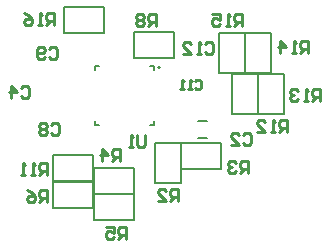
<source format=gbo>
G04*
G04 #@! TF.GenerationSoftware,Altium Limited,Altium Designer,19.0.15 (446)*
G04*
G04 Layer_Color=32896*
%FSLAX25Y25*%
%MOIN*%
G70*
G01*
G75*
%ADD10C,0.00787*%
%ADD12C,0.01000*%
%ADD56C,0.00500*%
D10*
X160311Y185449D02*
G03*
X160311Y185449I-394J0D01*
G01*
X158549Y160293D02*
X167211D01*
X158549Y146907D02*
X167211D01*
Y160293D01*
X158549Y146907D02*
Y160293D01*
X167207Y151569D02*
Y160231D01*
X180593Y151569D02*
Y160231D01*
X167207D02*
X180593D01*
X167207Y151569D02*
X180593D01*
X151593Y143269D02*
Y151931D01*
X138207Y143269D02*
Y151931D01*
Y143269D02*
X151593D01*
X138207Y151931D02*
X151593D01*
X138207Y134569D02*
Y143231D01*
X151593Y134569D02*
Y143231D01*
X138207D02*
X151593D01*
X138207Y134569D02*
X151593D01*
X124607Y138669D02*
Y147331D01*
X137993Y138669D02*
Y147331D01*
X124607D02*
X137993D01*
X124607Y138669D02*
X137993D01*
X151547Y188469D02*
Y197131D01*
X164933Y188469D02*
Y197131D01*
X151547D02*
X164933D01*
X151547Y188469D02*
X164933D01*
X124607Y147469D02*
Y156131D01*
X137993Y147469D02*
Y156131D01*
X124607D02*
X137993D01*
X124607Y147469D02*
X137993D01*
X184269Y183193D02*
X192931D01*
X184269Y169807D02*
X192931D01*
Y183193D01*
X184269Y169807D02*
Y183193D01*
X192969D02*
X201631D01*
X192969Y169807D02*
X201631D01*
Y183193D01*
X192969Y169807D02*
Y183193D01*
X179969Y183507D02*
X188631D01*
X179969Y196893D02*
X188631D01*
X179969Y183507D02*
Y196893D01*
X188631Y183507D02*
Y196893D01*
X128271Y196869D02*
Y205531D01*
X141657Y196869D02*
Y205531D01*
X128271D02*
X141657D01*
X128271Y196869D02*
X141657D01*
X188569Y196893D02*
X197231D01*
X188569Y183507D02*
X197231D01*
Y196893D01*
X188569Y183507D02*
Y196893D01*
X172825Y167653D02*
X175975D01*
X172825Y161747D02*
X175975D01*
D12*
X155400Y162999D02*
Y159667D01*
X154734Y159000D01*
X153401D01*
X152734Y159667D01*
Y162999D01*
X151401Y159000D02*
X150068D01*
X150735D01*
Y162999D01*
X151401Y162332D01*
X209500Y190100D02*
Y194099D01*
X207501D01*
X206834Y193432D01*
Y192099D01*
X207501Y191433D01*
X209500D01*
X208167D02*
X206834Y190100D01*
X205501D02*
X204168D01*
X204835D01*
Y194099D01*
X205501Y193432D01*
X200170Y190100D02*
Y194099D01*
X202169Y192099D01*
X199503D01*
X125000Y199500D02*
Y203499D01*
X123001D01*
X122334Y202832D01*
Y201499D01*
X123001Y200833D01*
X125000D01*
X123667D02*
X122334Y199500D01*
X121001D02*
X119668D01*
X120335D01*
Y203499D01*
X121001Y202832D01*
X115003Y203499D02*
X116336Y202832D01*
X117669Y201499D01*
Y200167D01*
X117003Y199500D01*
X115670D01*
X115003Y200167D01*
Y200833D01*
X115670Y201499D01*
X117669D01*
X187419Y199200D02*
Y203199D01*
X185420D01*
X184753Y202532D01*
Y201199D01*
X185420Y200533D01*
X187419D01*
X186086D02*
X184753Y199200D01*
X183420D02*
X182087D01*
X182754D01*
Y203199D01*
X183420Y202532D01*
X177422Y203199D02*
X180088D01*
Y201199D01*
X178755Y201866D01*
X178089D01*
X177422Y201199D01*
Y199866D01*
X178089Y199200D01*
X179421D01*
X180088Y199866D01*
X213700Y174300D02*
Y178299D01*
X211701D01*
X211034Y177632D01*
Y176299D01*
X211701Y175633D01*
X213700D01*
X212367D02*
X211034Y174300D01*
X209701D02*
X208368D01*
X209035D01*
Y178299D01*
X209701Y177632D01*
X206369D02*
X205703Y178299D01*
X204370D01*
X203703Y177632D01*
Y176966D01*
X204370Y176299D01*
X205036D01*
X204370D01*
X203703Y175633D01*
Y174967D01*
X204370Y174300D01*
X205703D01*
X206369Y174967D01*
X202600Y163900D02*
Y167899D01*
X200601D01*
X199934Y167232D01*
Y165899D01*
X200601Y165233D01*
X202600D01*
X201267D02*
X199934Y163900D01*
X198601D02*
X197268D01*
X197935D01*
Y167899D01*
X198601Y167232D01*
X192603Y163900D02*
X195269D01*
X192603Y166566D01*
Y167232D01*
X193270Y167899D01*
X194603D01*
X195269Y167232D01*
X122600Y149500D02*
Y153499D01*
X120601D01*
X119934Y152832D01*
Y151499D01*
X120601Y150833D01*
X122600D01*
X121267D02*
X119934Y149500D01*
X118601D02*
X117268D01*
X117935D01*
Y153499D01*
X118601Y152832D01*
X115269Y149500D02*
X113936D01*
X114603D01*
Y153499D01*
X115269Y152832D01*
X158800Y199200D02*
Y203199D01*
X156801D01*
X156134Y202532D01*
Y201199D01*
X156801Y200533D01*
X158800D01*
X157467D02*
X156134Y199200D01*
X154801Y202532D02*
X154135Y203199D01*
X152802D01*
X152136Y202532D01*
Y201866D01*
X152802Y201199D01*
X152136Y200533D01*
Y199866D01*
X152802Y199200D01*
X154135D01*
X154801Y199866D01*
Y200533D01*
X154135Y201199D01*
X154801Y201866D01*
Y202532D01*
X154135Y201199D02*
X152802D01*
X122500Y140600D02*
Y144599D01*
X120501D01*
X119834Y143932D01*
Y142599D01*
X120501Y141933D01*
X122500D01*
X121167D02*
X119834Y140600D01*
X115835Y144599D02*
X117168Y143932D01*
X118501Y142599D01*
Y141267D01*
X117835Y140600D01*
X116502D01*
X115835Y141267D01*
Y141933D01*
X116502Y142599D01*
X118501D01*
X148900Y128300D02*
Y132299D01*
X146901D01*
X146234Y131632D01*
Y130299D01*
X146901Y129633D01*
X148900D01*
X147567D02*
X146234Y128300D01*
X142236Y132299D02*
X144901D01*
Y130299D01*
X143568Y130966D01*
X142902D01*
X142236Y130299D01*
Y128966D01*
X142902Y128300D01*
X144235D01*
X144901Y128966D01*
X146800Y154100D02*
Y158099D01*
X144801D01*
X144134Y157432D01*
Y156099D01*
X144801Y155433D01*
X146800D01*
X145467D02*
X144134Y154100D01*
X140802D02*
Y158099D01*
X142801Y156099D01*
X140136D01*
X189700Y150300D02*
Y154299D01*
X187701D01*
X187034Y153632D01*
Y152299D01*
X187701Y151633D01*
X189700D01*
X188367D02*
X187034Y150300D01*
X185701Y153632D02*
X185035Y154299D01*
X183702D01*
X183036Y153632D01*
Y152966D01*
X183702Y152299D01*
X184368D01*
X183702D01*
X183036Y151633D01*
Y150967D01*
X183702Y150300D01*
X185035D01*
X185701Y150967D01*
X166280Y140900D02*
Y144899D01*
X164281D01*
X163614Y144232D01*
Y142899D01*
X164281Y142233D01*
X166280D01*
X164947D02*
X163614Y140900D01*
X159615D02*
X162281D01*
X159615Y143566D01*
Y144232D01*
X160282Y144899D01*
X161615D01*
X162281Y144232D01*
X175134Y193132D02*
X175801Y193799D01*
X177134D01*
X177800Y193132D01*
Y190466D01*
X177134Y189800D01*
X175801D01*
X175134Y190466D01*
X173801Y189800D02*
X172468D01*
X173135D01*
Y193799D01*
X173801Y193132D01*
X167803Y189800D02*
X170469D01*
X167803Y192466D01*
Y193132D01*
X168470Y193799D01*
X169803D01*
X170469Y193132D01*
X171801Y180724D02*
X172326Y181249D01*
X173375D01*
X173900Y180724D01*
Y178625D01*
X173375Y178100D01*
X172326D01*
X171801Y178625D01*
X170751Y178100D02*
X169702D01*
X170227D01*
Y181249D01*
X170751Y180724D01*
X168128Y178100D02*
X167078D01*
X167603D01*
Y181249D01*
X168128Y180724D01*
X123404Y191527D02*
X124070Y192193D01*
X125403D01*
X126069Y191527D01*
Y188861D01*
X125403Y188195D01*
X124070D01*
X123404Y188861D01*
X122071D02*
X121404Y188195D01*
X120071D01*
X119405Y188861D01*
Y191527D01*
X120071Y192193D01*
X121404D01*
X122071Y191527D01*
Y190860D01*
X121404Y190194D01*
X119405D01*
X123834Y166232D02*
X124501Y166899D01*
X125833D01*
X126500Y166232D01*
Y163567D01*
X125833Y162900D01*
X124501D01*
X123834Y163567D01*
X122501Y166232D02*
X121835Y166899D01*
X120502D01*
X119835Y166232D01*
Y165566D01*
X120502Y164899D01*
X119835Y164233D01*
Y163567D01*
X120502Y162900D01*
X121835D01*
X122501Y163567D01*
Y164233D01*
X121835Y164899D01*
X122501Y165566D01*
Y166232D01*
X121835Y164899D02*
X120502D01*
X114034Y178532D02*
X114701Y179199D01*
X116033D01*
X116700Y178532D01*
Y175866D01*
X116033Y175200D01*
X114701D01*
X114034Y175866D01*
X110702Y175200D02*
Y179199D01*
X112701Y177199D01*
X110036D01*
X188034Y162732D02*
X188701Y163399D01*
X190033D01*
X190700Y162732D01*
Y160066D01*
X190033Y159400D01*
X188701D01*
X188034Y160066D01*
X184036Y159400D02*
X186701D01*
X184036Y162066D01*
Y162732D01*
X184702Y163399D01*
X186035D01*
X186701Y162732D01*
D56*
X158343Y184465D02*
Y185843D01*
X156965D02*
X158343D01*
X138657D02*
X140035D01*
X138657Y184465D02*
Y185843D01*
Y166157D02*
X140035D01*
X138657D02*
Y167535D01*
X156965Y166157D02*
X158343D01*
Y167535D01*
M02*

</source>
